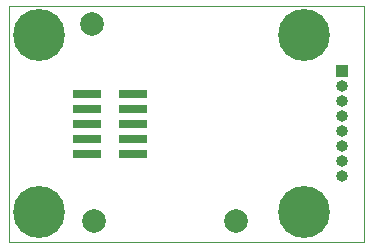
<source format=gbr>
%TF.GenerationSoftware,KiCad,Pcbnew,8.0.2*%
%TF.CreationDate,2025-01-22T12:11:11+05:30*%
%TF.ProjectId,pogo_adapter,706f676f-5f61-4646-9170-7465722e6b69,rev?*%
%TF.SameCoordinates,Original*%
%TF.FileFunction,Soldermask,Top*%
%TF.FilePolarity,Negative*%
%FSLAX46Y46*%
G04 Gerber Fmt 4.6, Leading zero omitted, Abs format (unit mm)*
G04 Created by KiCad (PCBNEW 8.0.2) date 2025-01-22 12:11:11*
%MOMM*%
%LPD*%
G01*
G04 APERTURE LIST*
%ADD10C,2.000000*%
%ADD11C,4.400000*%
%ADD12R,1.000000X1.000000*%
%ADD13O,1.000000X1.000000*%
%ADD14R,2.400000X0.740000*%
%TA.AperFunction,Profile*%
%ADD15C,0.050000*%
%TD*%
G04 APERTURE END LIST*
D10*
%TO.C,FID3*%
X99200000Y-88200000D03*
%TD*%
%TO.C,FID2*%
X87000000Y-71600000D03*
%TD*%
%TO.C,FID1*%
X87200000Y-88200000D03*
%TD*%
D11*
%TO.C,M3*%
X82500000Y-87500000D03*
%TD*%
%TO.C,M4*%
X105000000Y-87500000D03*
%TD*%
%TO.C,M2*%
X105000000Y-72500000D03*
%TD*%
%TO.C,M1*%
X82500000Y-72500000D03*
%TD*%
D12*
%TO.C,J2*%
X108200000Y-75550000D03*
D13*
X108200000Y-76820000D03*
X108200000Y-78090000D03*
X108200000Y-79360000D03*
X108200000Y-80630000D03*
X108200000Y-81900000D03*
X108200000Y-83170000D03*
X108200000Y-84440000D03*
%TD*%
D14*
%TO.C,J1*%
X90450000Y-82540000D03*
X86550000Y-82540000D03*
X90450000Y-81270000D03*
X86550000Y-81270000D03*
X90450000Y-80000000D03*
X86550000Y-80000000D03*
X90450000Y-78730000D03*
X86550000Y-78730000D03*
X90450000Y-77460000D03*
X86550000Y-77460000D03*
%TD*%
D15*
X80000000Y-70000000D02*
X110000000Y-70000000D01*
X80000000Y-90000000D02*
X80000000Y-70000000D01*
X110000000Y-90000000D02*
X80000000Y-90000000D01*
X110000000Y-70000000D02*
X110000000Y-90000000D01*
M02*

</source>
